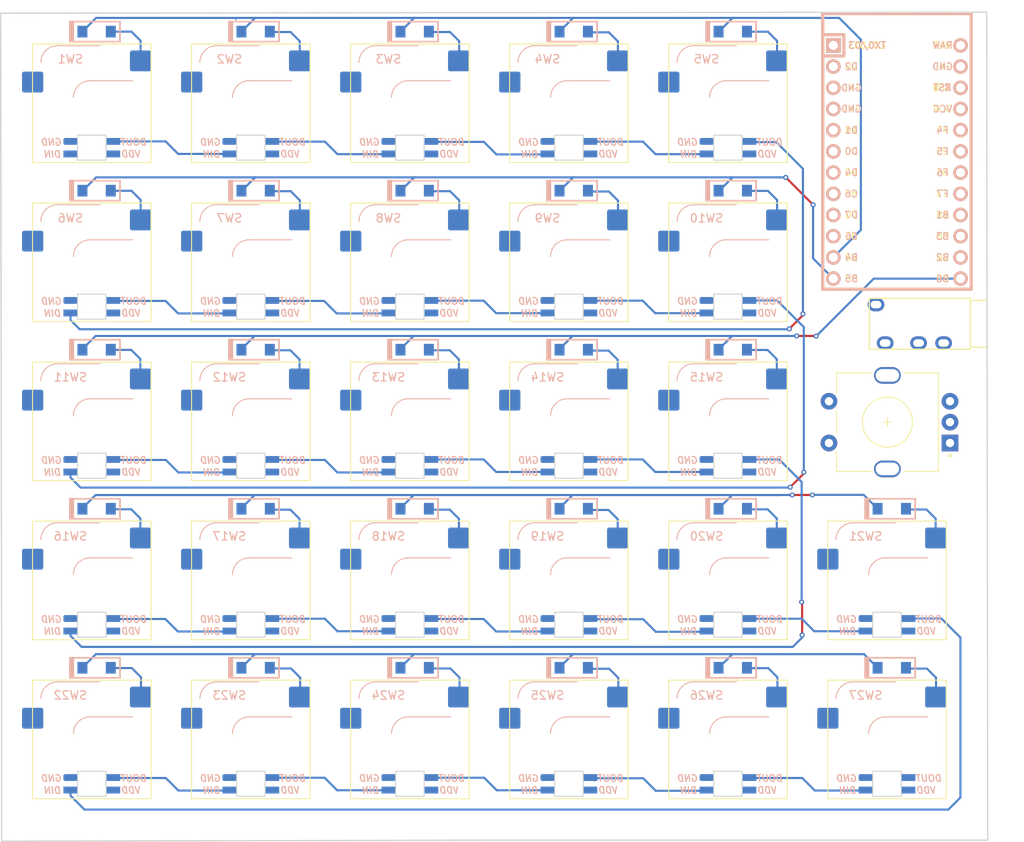
<source format=kicad_pcb>
(kicad_pcb (version 20211014) (generator pcbnew)
  (layers (0 "F.Cu" signal "Top") (31 "B.Cu" signal "Bottom") (34 "B.Paste" user) (35 "F.Paste" user) (36 "B.SilkS" user "B.Silkscreen") (37 "F.SilkS" user "F.Silkscreen") (38 "B.Mask" user) (39 "F.Mask" user) (44 "Edge.Cuts" user))
  (net 0 "")
  (net 1 "/Row2")
  (net 2 "Net-(SW1-Pad2)")
  (net 3 "+5V")
  (net 4 "Net-(SW1-Pad4)")
  (net 5 "GND")
  (net 7 "/Col5")
  (net 8 "Net-(SW2-Pad2)")
  (net 9 "Net-(SW2-Pad4)")
  (net 10 "Net-(SW3-Pad4)")
  (net 11 "Net-(SW3-Pad2)")
  (net 12 "Net-(SW4-Pad4)")
  (net 13 "/Row0_LedOut")
  (net 14 "Net-(SW4-Pad2)")
  (net 15 "Net-(SW6-Pad4)")
  (net 16 "Net-(SW7-Pad4)")
  (net 17 "Net-(SW5-Pad2)")
  (net 18 "Net-(SW8-Pad4)")
  (net 19 "Net-(SW10-Pad6)")
  (net 20 "Net-(SW6-Pad2)")
  (net 21 "/Row1_LedOut")
  (net 22 "/Col0")
  (net 23 "Net-(SW7-Pad2)")
  (net 24 "Net-(SW11-Pad4)")
  (net 25 "/Row0")
  (net 26 "Net-(SW8-Pad2)")
  (net 27 "Net-(SW12-Pad4)")
  (net 28 "/Col1")
  (net 29 "Net-(SW9-Pad2)")
  (net 30 "Net-(SW10-Pad2)")
  (net 31 "Net-(SW13-Pad4)")
  (net 32 "Net-(SW11-Pad2)")
  (net 33 "Net-(SW14-Pad4)")
  (net 34 "Net-(SW12-Pad2)")
  (net 35 "Net-(SW13-Pad2)")
  (net 36 "/Row2_LedOut")
  (net 37 "Net-(SW14-Pad2)")
  (net 39 "Net-(SW15-Pad2)")
  (net 43 "Net-(SW17-Pad2)")
  (net 44 "Net-(SW17-Pad4)")
  (net 45 "Net-(SW18-Pad2)")
  (net 46 "Net-(SW18-Pad4)")
  (net 47 "Net-(SW19-Pad2)")
  (net 48 "Net-(SW19-Pad4)")
  (net 49 "Net-(SW20-Pad2)")
  (net 50 "Net-(SW20-Pad4)")
  (net 51 "Net-(SW21-Pad2)")
  (net 52 "Net-(SW16-Pad2)")
  (net 53 "Net-(SW22-Pad2)")
  (net 54 "/Row3_LedOut")
  (net 55 "Net-(SW23-Pad2)")
  (net 56 "Net-(SW23-Pad4)")
  (net 57 "Net-(SW24-Pad2)")
  (net 58 "Net-(SW25-Pad2)")
  (net 59 "Net-(SW24-Pad4)")
  (net 60 "Net-(SW26-Pad2)")
  (net 61 "Net-(SW25-Pad4)")
  (net 62 "Net-(SW27-Pad2)")
  (net 63 "Net-(SW26-Pad4)")
  (net 64 "/Col2")
  (net 65 "Net-(SW16-Pad4)")
  (net 66 "Net-(SW22-Pad4)")
  (net 69 "/Col3")
  (net 70 "/Col4")
  (net 76 "/Row1")
  (net 77 "Net-(RST1-Pad1)")
  (net 78 "/Row3")
  (net 80 "/Row4")
  (net 85 "/Row4_LedOut")
  (net 86 "Net-(RST1-Pad3)")
  (footprint "KeyboardCustomFPs:Kailh_HS_MX_LED" (layer "F.Cu") (at 107.95 85.725)
    (fp_text reference "SW20")
    (fp_text value "MX_RGB")
    (fp_line (start 1.063633 3.814178) (end -2.336367 3.814178) (layer "Edge.Cuts") (width 0.12))
    (fp_line (start 1.063633 6.814178) (end 1.063633 3.814178) (layer "Edge.Cuts") (width 0.12))
    (fp_line (start -2.336367 3.814178) (end -2.336367 6.814178) (layer "Edge.Cuts") (width 0.12))
    (fp_line (start -2.336367 6.814178) (end 1.063633 6.814178) (layer "Edge.Cuts") (width 0.12))
  )
  (footprint "Keebio-Parts:RotaryEncoder_EC11" (layer "F.Cu") (at 126.413882 66.768847 180)
    (fp_text reference "Knob1")
    (fp_text value "RotaryEncoder_Switch")
  )
  (footprint "KeyboardCustomFPs:Kailh_HS_MX_LED" (layer "F.Cu") (at 69.85 66.675)
    (fp_text reference "SW13")
    (fp_text value "MX_RGB")
    (fp_line (start -2.336367 3.814178) (end -2.336367 6.814178) (layer "Edge.Cuts") (width 0.12))
    (fp_line (start 1.063633 3.814178) (end -2.336367 3.814178) (layer "Edge.Cuts") (width 0.12))
    (fp_line (start -2.336367 6.814178) (end 1.063633 6.814178) (layer "Edge.Cuts") (width 0.12))
    (fp_line (start 1.063633 6.814178) (end 1.063633 3.814178) (layer "Edge.Cuts") (width 0.12))
  )
  (footprint "KeyboardCustomFPs:Kailh_HS_MX_LED" (layer "F.Cu") (at 88.9 47.625)
    (fp_text reference "SW9")
    (fp_text value "MX_RGB")
    (fp_line (start -2.336367 3.814178) (end -2.336367 6.814178) (layer "Edge.Cuts") (width 0.12))
    (fp_line (start -2.336367 6.814178) (end 1.063633 6.814178) (layer "Edge.Cuts") (width 0.12))
    (fp_line (start 1.063633 3.814178) (end -2.336367 3.814178) (layer "Edge.Cuts") (width 0.12))
    (fp_line (start 1.063633 6.814178) (end 1.063633 3.814178) (layer "Edge.Cuts") (width 0.12))
  )
  (footprint "KeyboardCustomFPs:Kailh_HS_MX_LED" (layer "F.Cu") (at 88.9 104.775)
    (fp_text reference "SW25")
    (fp_text value "MX_RGB")
    (fp_line (start -2.336367 3.814178) (end -2.336367 6.814178) (layer "Edge.Cuts") (width 0.12))
    (fp_line (start -2.336367 6.814178) (end 1.063633 6.814178) (layer "Edge.Cuts") (width 0.12))
    (fp_line (start 1.063633 3.814178) (end -2.336367 3.814178) (layer "Edge.Cuts") (width 0.12))
    (fp_line (start 1.063633 6.814178) (end 1.063633 3.814178) (layer "Edge.Cuts") (width 0.12))
  )
  (footprint "KeyboardCustomFPs:Kailh_HS_MX_LED" (layer "F.Cu") (at 31.75 28.575)
    (fp_text reference "SW1")
    (fp_text value "MX_RGB")
    (fp_line (start 1.063633 3.814178) (end -2.336367 3.814178) (layer "Edge.Cuts") (width 0.12))
    (fp_line (start -2.336367 3.814178) (end -2.336367 6.814178) (layer "Edge.Cuts") (width 0.12))
    (fp_line (start 1.063633 6.814178) (end 1.063633 3.814178) (layer "Edge.Cuts") (width 0.12))
    (fp_line (start -2.336367 6.814178) (end 1.063633 6.814178) (layer "Edge.Cuts") (width 0.12))
  )
  (footprint "KeyboardCustomFPs:Kailh_HS_MX_LED" (layer "F.Cu") (at 107.95 28.575)
    (fp_text reference "SW5")
    (fp_text value "MX_RGB")
    (fp_line (start -2.336367 3.814178) (end -2.336367 6.814178) (layer "Edge.Cuts") (width 0.12))
    (fp_line (start -2.336367 6.814178) (end 1.063633 6.814178) (layer "Edge.Cuts") (width 0.12))
    (fp_line (start 1.063633 6.814178) (end 1.063633 3.814178) (layer "Edge.Cuts") (width 0.12))
    (fp_line (start 1.063633 3.814178) (end -2.336367 3.814178) (layer "Edge.Cuts") (width 0.12))
  )
  (footprint "KeyboardCustomFPs:Kailh_HS_MX_LED" (layer "F.Cu") (at 50.8 47.625)
    (fp_text reference "SW7")
    (fp_text value "MX_RGB")
    (fp_line (start 1.063633 3.814178) (end -2.336367 3.814178) (layer "Edge.Cuts") (width 0.12))
    (fp_line (start -2.336367 6.814178) (end 1.063633 6.814178) (layer "Edge.Cuts") (width 0.12))
    (fp_line (start 1.063633 6.814178) (end 1.063633 3.814178) (layer "Edge.Cuts") (width 0.12))
    (fp_line (start -2.336367 3.814178) (end -2.336367 6.814178) (layer "Edge.Cuts") (width 0.12))
  )
  (footprint "KeyboardCustomFPs:Kailh_HS_MX_LED" (layer "F.Cu") (at 31.75 85.725)
    (fp_text reference "SW16")
    (fp_text value "MX_RGB")
    (fp_line (start 1.063633 6.814178) (end 1.063633 3.814178) (layer "Edge.Cuts") (width 0.12))
    (fp_line (start -2.336367 3.814178) (end -2.336367 6.814178) (layer "Edge.Cuts") (width 0.12))
    (fp_line (start 1.063633 3.814178) (end -2.336367 3.814178) (layer "Edge.Cuts") (width 0.12))
    (fp_line (start -2.336367 6.814178) (end 1.063633 6.814178) (layer "Edge.Cuts") (width 0.12))
  )
  (footprint "KeyboardCustomFPs:Kailh_HS_MX_LED" (layer "F.Cu") (at 127 85.725)
    (fp_text reference "SW21")
    (fp_text value "MX_RGB")
    (fp_line (start -2.336367 6.814178) (end 1.063633 6.814178) (layer "Edge.Cuts") (width 0.12))
    (fp_line (start -2.336367 3.814178) (end -2.336367 6.814178) (layer "Edge.Cuts") (width 0.12))
    (fp_line (start 1.063633 3.814178) (end -2.336367 3.814178) (layer "Edge.Cuts") (width 0.12))
    (fp_line (start 1.063633 6.814178) (end 1.063633 3.814178) (layer "Edge.Cuts") (width 0.12))
  )
  (footprint "KeyboardCustomFPs:Kailh_HS_MX_LED" (layer "F.Cu") (at 69.85 85.725)
    (fp_text reference "SW18")
    (fp_text value "MX_RGB")
    (fp_line (start 1.063633 6.814178) (end 1.063633 3.814178) (layer "Edge.Cuts") (width 0.12))
    (fp_line (start -2.336367 3.814178) (end -2.336367 6.814178) (layer "Edge.Cuts") (width 0.12))
    (fp_line (start 1.063633 3.814178) (end -2.336367 3.814178) (layer "Edge.Cuts") (width 0.12))
    (fp_line (start -2.336367 6.814178) (end 1.063633 6.814178) (layer "Edge.Cuts") (width 0.12))
  )
  (footprint "KeyboardCustomFPs:Kailh_HS_MX_LED" (layer "F.Cu") (at 107.95 66.675)
    (fp_text reference "SW15")
    (fp_text value "MX_RGB")
    (fp_line (start 1.063633 3.814178) (end -2.336367 3.814178) (layer "Edge.Cuts") (width 0.12))
    (fp_line (start -2.336367 6.814178) (end 1.063633 6.814178) (layer "Edge.Cuts") (width 0.12))
    (fp_line (start 1.063633 6.814178) (end 1.063633 3.814178) (layer "Edge.Cuts") (width 0.12))
    (fp_line (start -2.336367 3.814178) (end -2.336367 6.814178) (layer "Edge.Cuts") (width 0.12))
  )
  (footprint "KeyboardCustomFPs:Kailh_HS_MX_LED" (layer "F.Cu") (at 31.75 47.625)
    (fp_text reference "SW6")
    (fp_text value "MX_RGB")
    (fp_line (start 1.063633 6.814178) (end 1.063633 3.814178) (layer "Edge.Cuts") (width 0.12))
    (fp_line (start -2.336367 3.814178) (end -2.336367 6.814178) (layer "Edge.Cuts") (width 0.12))
    (fp_line (start -2.336367 6.814178) (end 1.063633 6.814178) (layer "Edge.Cuts") (width 0.12))
    (fp_line (start 1.063633 3.814178) (end -2.336367 3.814178) (layer "Edge.Cuts") (width 0.12))
  )
  (footprint "KeyboardCustomFPs:Kailh_HS_MX_LED" (layer "F.Cu") (at 50.8 28.575)
    (fp_text reference "SW2")
    (fp_text value "MX_RGB")
    (fp_line (start 1.063633 3.814178) (end -2.336367 3.814178) (layer "Edge.Cuts") (width 0.12))
    (fp_line (start -2.336367 6.814178) (end 1.063633 6.814178) (layer "Edge.Cuts") (width 0.12))
    (fp_line (start -2.336367 3.814178) (end -2.336367 6.814178) (layer "Edge.Cuts") (width 0.12))
    (fp_line (start 1.063633 6.814178) (end 1.063633 3.814178) (layer "Edge.Cuts") (width 0.12))
  )
  (footprint "KeyboardCustomFPs:Kailh_HS_MX_LED" (layer "F.Cu") (at 88.9 28.575)
    (fp_text reference "SW4")
    (fp_text value "MX_RGB")
    (fp_line (start 1.063633 3.814178) (end -2.336367 3.814178) (layer "Edge.Cuts") (width 0.12))
    (fp_line (start -2.336367 6.814178) (end 1.063633 6.814178) (layer "Edge.Cuts") (width 0.12))
    (fp_line (start -2.336367 3.814178) (end -2.336367 6.814178) (layer "Edge.Cuts") (width 0.12))
    (fp_line (start 1.063633 6.814178) (end 1.063633 3.814178) (layer "Edge.Cuts") (width 0.12))
  )
  (footprint "KeyboardCustomFPs:Kailh_HS_MX_LED" (layer "F.Cu") (at 50.8 66.675)
    (fp_text reference "SW12")
    (fp_text value "MX_RGB")
    (fp_line (start 1.063633 3.814178) (end -2.336367 3.814178) (layer "Edge.Cuts") (width 0.12))
    (fp_line (start -2.336367 3.814178) (end -2.336367 6.814178) (layer "Edge.Cuts") (width 0.12))
    (fp_line (start -2.336367 6.814178) (end 1.063633 6.814178) (layer "Edge.Cuts") (width 0.12))
    (fp_line (start 1.063633 6.814178) (end 1.063633 3.814178) (layer "Edge.Cuts") (width 0.12))
  )
  (footprint "KeyboardCustomFPs:Kailh_HS_MX_LED" (layer "F.Cu") (at 88.9 66.675)
    (fp_text reference "SW14")
    (fp_text value "MX_RGB")
    (fp_line (start 1.063633 6.814178) (end 1.063633 3.814178) (layer "Edge.Cuts") (width 0.12))
    (fp_line (start -2.336367 6.814178) (end 1.063633 6.814178) (layer "Edge.Cuts") (width 0.12))
    (fp_line (start -2.336367 3.814178) (end -2.336367 6.814178) (layer "Edge.Cuts") (width 0.12))
    (fp_line (start 1.063633 3.814178) (end -2.336367 3.814178) (layer "Edge.Cuts") (width 0.12))
  )
  (footprint "KeyboardCustomFPs:Kailh_HS_MX_LED" (layer "F.Cu") (at 69.85 47.625)
    (fp_text reference "SW8")
    (fp_text value "MX_RGB")
    (fp_line (start -2.336367 3.814178) (end -2.336367 6.814178) (layer "Edge.Cuts") (width 0.12))
    (fp_line (start 1.063633 6.814178) (end 1.063633 3.814178) (layer "Edge.Cuts") (width 0.12))
    (fp_line (start 1.063633 3.814178) (end -2.336367 3.814178) (layer "Edge.Cuts") (width 0.12))
    (fp_line (start -2.336367 6.814178) (end 1.063633 6.814178) (layer "Edge.Cuts") (width 0.12))
  )
  (footprint "KeyboardCustomFPs:Kailh_HS_MX_LED" (layer "F.Cu") (at 50.8 104.775)
    (fp_text reference "SW23")
    (fp_text value "MX_RGB")
    (fp_line (start -2.336367 3.814178) (end -2.336367 6.814178) (layer "Edge.Cuts") (width 0.12))
    (fp_line (start -2.336367 6.814178) (end 1.063633 6.814178) (layer "Edge.Cuts") (width 0.12))
    (fp_line (start 1.063633 3.814178) (end -2.336367 3.814178) (layer "Edge.Cuts") (width 0.12))
    (fp_line (start 1.063633 6.814178) (end 1.063633 3.814178) (layer "Edge.Cuts") (width 0.12))
  )
  (footprint "KeyboardCustomFPs:Kailh_HS_MX_LED" (layer "F.Cu") (at 69.85 28.575)
    (fp_text reference "SW3")
    (fp_text value "MX_RGB")
    (fp_line (start 1.063633 3.814178) (end -2.336367 3.814178) (layer "Edge.Cuts") (width 0.12))
    (fp_line (start -2.336367 6.814178) (end 1.063633 6.814178) (layer "Edge.Cuts") (width 0.12))
    (fp_line (start 1.063633 6.814178) (end 1.063633 3.814178) (layer "Edge.Cuts") (width 0.12))
    (fp_line (start -2.336367 3.814178) (end -2.336367 6.814178) (layer "Edge.Cuts") (width 0.12))
  )
  (footprint "Keebio-Parts:ArduinoProMicro" (layer "F.Cu") (at 127.556143 35.606985 -90)
    (fp_text reference "U1" hide)
    (fp_text value "ProMicro" hide)
  )
  (footprint "KeyboardCustomFPs:Kailh_HS_MX_LED" (layer "F.Cu") (at 107.95 104.775)
    (fp_text reference "SW26")
    (fp_text value "MX_RGB")
    (fp_line (start 1.063633 6.814178) (end 1.063633 3.814178) (layer "Edge.Cuts") (width 0.12))
    (fp_line (start 1.063633 3.814178) (end -2.336367 3.814178) (layer "Edge.Cuts") (width 0.12))
    (fp_line (start -2.336367 3.814178) (end -2.336367 6.814178) (layer "Edge.Cuts") (width 0.12))
    (fp_line (start -2.336367 6.814178) (end 1.063633 6.814178) (layer "Edge.Cuts") (width 0.12))
  )
  (footprint "Keebio-Parts:TRRS-PJ-320A" (layer "F.Cu") (at 136.345517 54.989572 -90)
    (fp_text reference "U2")
    (fp_text value "TRRS")
  )
  (footprint "KeyboardCustomFPs:Kailh_HS_MX_LED" (layer "F.Cu") (at 50.8 85.725)
    (fp_text reference "SW17")
    (fp_text value "MX_RGB")
    (fp_line (start 1.063633 3.814178) (end -2.336367 3.814178) (layer "Edge.Cuts") (width 0.12))
    (fp_line (start -2.336367 3.814178) (end -2.336367 6.814178) (layer "Edge.Cuts") (width 0.12))
    (fp_line (start -2.336367 6.814178) (end 1.063633 6.814178) (layer "Edge.Cuts") (width 0.12))
    (fp_line (start 1.063633 6.814178) (end 1.063633 3.814178) (layer "Edge.Cuts") (width 0.12))
  )
  (footprint "KeyboardCustomFPs:Kailh_HS_MX_LED" (layer "F.Cu") (at 127 104.775)
    (fp_text reference "SW27")
    (fp_text value "MX_RGB")
    (fp_line (start 1.063633 6.814178) (end 1.063633 3.814178) (layer "Edge.Cuts") (width 0.12))
    (fp_line (start 1.063633 3.814178) (end -2.336367 3.814178) (layer "Edge.Cuts") (width 0.12))
    (fp_line (start -2.336367 3.814178) (end -2.336367 6.814178) (layer "Edge.Cuts") (width 0.12))
    (fp_line (start -2.336367 6.814178) (end 1.063633 6.814178) (layer "Edge.Cuts") (width 0.12))
  )
  (footprint "KeyboardCustomFPs:Kailh_HS_MX_LED" (layer "F.Cu") (at 31.75 66.675)
    (fp_text reference "SW11")
    (fp_text value "MX_RGB")
    (fp_line (start 1.063633 3.814178) (end -2.336367 3.814178) (layer "Edge.Cuts") (width 0.12))
    (fp_line (start -2.336367 6.814178) (end 1.063633 6.814178) (layer "Edge.Cuts") (width 0.12))
    (fp_line (start 1.063633 6.814178) (end 1.063633 3.814178) (layer "Edge.Cuts") (width 0.12))
    (fp_line (start -2.336367 3.814178) (end -2.336367 6.814178) (layer "Edge.Cuts") (width 0.12))
  )
  (footprint "KeyboardCustomFPs:Kailh_HS_MX_LED" (layer "F.Cu") (at 31.75 104.775)
    (fp_text reference "SW22")
    (fp_text value "MX_RGB")
    (fp_line (start 1.063633 6.814178) (end 1.063633 3.814178) (layer "Edge.Cuts") (width 0.12))
    (fp_line (start -2.336367 3.814178) (end -2.336367 6.814178) (layer "Edge.Cuts") (width 0.12))
    (fp_line (start 1.063633 3.814178) (end -2.336367 3.814178) (layer "Edge.Cuts") (width 0.12))
    (fp_line (start -2.336367 6.814178) (end 1.063633 6.814178) (layer "Edge.Cuts") (width 0.12))
  )
  (footprint "KeyboardCustomFPs:Kailh_HS_MX_LED" (layer "F.Cu") (at 107.95 47.625)
    (fp_text reference "SW10")
    (fp_text value "MX_RGB")
    (fp_line (start 1.063633 6.814178) (end 1.063633 3.814178) (layer "Edge.Cuts") (width 0.12))
    (fp_line (start -2.336367 6.814178) (end 1.063633 6.814178) (layer "Edge.Cuts") (width 0.12))
    (fp_line (start -2.336367 3.814178) (end -2.336367 6.814178) (layer "Edge.Cuts") (width 0.12))
    (fp_line (start 1.063633 3.814178) (end -2.336367 3.814178) (layer "Edge.Cuts") (width 0.12))
  )
  (footprint "KeyboardCustomFPs:Kailh_HS_MX_LED" (layer "F.Cu") (at 88.9 85.725)
    (fp_text reference "SW19")
    (fp_text value "MX_RGB")
    (fp_line (start 1.063633 6.814178) (end 1.063633 3.814178) (layer "Edge.Cuts") (width 0.12))
    (fp_line (start 1.063633 3.814178) (end -2.336367 3.814178) (layer "Edge.Cuts") (width 0.12))
    (fp_line (start -2.336367 3.814178) (end -2.336367 6.814178) (layer "Edge.Cuts") (width 0.12))
    (fp_line (start -2.336367 6.814178) (end 1.063633 6.814178) (layer "Edge.Cuts") (width 0.12))
  )
  (footprint "KeyboardCustomFPs:Kailh_HS_MX_LED" (layer "F.Cu") (at 69.85 104.775)
    (fp_text reference "SW24")
    (fp_text value "MX_RGB")
    (fp_line (start 1.063633 6.814178) (end 1.063633 3.814178) (layer "Edge.Cuts") (width 0.12))
    (fp_line (start -2.336367 3.814178) (end -2.336367 6.814178) (layer "Edge.Cuts") (width 0.12))
    (fp_line (start -2.336367 6.814178) (end 1.063633 6.814178) (layer "Edge.Cuts") (width 0.12))
    (fp_line (start 1.063633 3.814178) (end -2.336367 3.814178) (layer "Edge.Cuts") (width 0.12))
  )
  (gr_line (start 138.43 116.84) (end 77.47 116.84) (layer "Edge.Cuts") (width 0.15))
  (gr_line (start 138.303 17.653) (end 138.43 116.84) (layer "Edge.Cuts") (width 0.15))
  (gr_line (start 77.47 116.84) (end 20.32 116.967) (layer "Edge.Cuts") (width 0.15))
  (gr_line (start 20.193 17.78) (end 138.303 17.653) (layer "Edge.Cuts") (width 0.15))
  (gr_line (start 138.43 116.84) (end 138.43 116.84) (layer "Edge.Cuts") (width 0.15))
  (gr_line (start 20.32 97.79) (end 20.193 17.78) (layer "Edge.Cuts") (width 0.15))
  (gr_line (start 20.32 116.967) (end 20.32 97.79) (layer "Edge.Cuts") (width 0.15))
  (segment (start 115.53879 56.441406) (end 117.849149 56.441406) (width 0.254) (layer "F.Cu") (net 1))
  (segment (start 117.849149 56.441406) (end 117.875108 56.467365) (width 0.254) (layer "F.Cu") (net 1))
  (via (at 117.875108 56.467365) (size 0.6) (drill 0.3) (layers "F.Cu" "B.Cu") (net 1))
  (via (at 115.53879 56.441406) (size 0.6) (drill 0.3) (layers "F.Cu" "B.Cu") (net 1))
  (segment (start 29.926937 58.085891) (end 31.569144 56.443684) (width 0.254) (layer "B.Cu") (net 1))
  (segment (start 124.773626 49.576985) (end 135.176143 49.576985) (width 0.254) (layer "B.Cu") (net 1))
  (segment (start 50.619144 56.443684) (end 69.740237 56.443684) (width 0.254) (layer "B.Cu") (net 1))
  (segment (start 88.708629 56.443684) (end 107.812959 56.443684) (width 0.254) (layer "B.Cu") (net 1))
  (segment (start 50.619144 56.443684) (end 48.976937 58.085891) (width 0.254) (layer "B.Cu") (net 1))
  (segment (start 107.812959 56.443684) (end 115.536512 56.443684) (width 0.254) (layer "B.Cu") (net 1))
  (segment (start 87.076937 58.075376) (end 88.708629 56.443684) (width 0.254) (layer "B.Cu") (net 1))
  (segment (start 117.875108 56.467365) (end 117.883246 56.467365) (width 0.254) (layer "B.Cu") (net 1))
  (segment (start 31.569144 56.443684) (end 50.619144 56.443684) (width 0.254) (layer "B.Cu") (net 1))
  (segment (start 115.536512 56.443684) (end 115.53879 56.441406) (width 0.254) (layer "B.Cu") (net 1))
  (segment (start 117.883246 56.467365) (end 124.773626 49.576985) (width 0.254) (layer "B.Cu") (net 1))
  (segment (start 68.026937 58.085891) (end 69.669144 56.443684) (width 0.254) (layer "B.Cu") (net 1))
  (segment (start 106.170752 58.085891) (end 107.812959 56.443684) (width 0.254) (layer "B.Cu") (net 1))
  (segment (start 69.740237 56.443684) (end 88.708629 56.443684) (width 0.254) (layer "B.Cu") (net 1))
  (segment (start 36.957 21.086031) (end 36.957 23.495) (width 0.254) (layer "B.Cu") (net 2))
  (segment (start 35.862684 19.991715) (end 36.957 21.086031) (width 0.254) (layer "B.Cu") (net 2))
  (segment (start 33.390039 19.991715) (end 35.862684 19.991715) (width 0.254) (layer "B.Cu") (net 2))
  (segment (start 37.592 23.114) (end 37.084 23.622) (width 0.1524) (layer "B.Cu") (net 2))
  (segment (start 33.663633 33.139178) (end 39.955293 33.139178) (width 0.254) (layer "B.Cu") (net 4))
  (segment (start 41.455293 34.639178) (end 47.613633 34.639178) (width 0.254) (layer "B.Cu") (net 4))
  (segment (start 39.955293 33.139178) (end 41.455293 34.639178) (width 0.254) (layer "B.Cu") (net 4))
  (segment (start 56.022998 21.132686) (end 56.022998 23.541655) (width 0.254) (layer "B.Cu") (net 8))
  (segment (start 52.456037 20.03837) (end 54.928682 20.03837) (width 0.254) (layer "B.Cu") (net 8))
  (segment (start 54.928682 20.03837) (end 56.022998 21.132686) (width 0.254) (layer "B.Cu") (net 8))
  (segment (start 52.741641 33.168458) (end 59.033301 33.168458) (width 0.254) (layer "B.Cu") (net 9))
  (segment (start 59.033301 33.168458) (end 60.533301 34.668458) (width 0.254) (layer "B.Cu") (net 9))
  (segment (start 60.533301 34.668458) (end 66.691641 34.668458) (width 0.254) (layer "B.Cu") (net 9))
  (segment (start 71.790368 33.199182) (end 78.082028 33.199182) (width 0.254) (layer "B.Cu") (net 10))
  (segment (start 78.082028 33.199182) (end 79.582028 34.699182) (width 0.254) (layer "B.Cu") (net 10))
  (segment (start 79.582028 34.699182) (end 85.740368 34.699182) (width 0.254) (layer "B.Cu") (net 10))
  (segment (start 75.115561 21.132686) (end 75.115561 23.541655) (width 0.254) (layer "B.Cu") (net 11))
  (segment (start 74.021245 20.03837) (end 75.115561 21.132686) (width 0.254) (layer "B.Cu") (net 11))
  (segment (start 71.5486 20.03837) (end 74.021245 20.03837) (width 0.254) (layer "B.Cu") (net 11))
  (segment (start 97.130755 33.168458) (end 98.630755 34.668458) (width 0.254) (layer "B.Cu") (net 12))
  (segment (start 90.839095 33.168458) (end 97.130755 33.168458) (width 0.254) (layer "B.Cu") (net 12))
  (segment (start 98.630755 34.668458) (end 104.789095 34.668458) (width 0.254) (layer "B.Cu") (net 12))
  (segment (start 114.661159 55.591489) (end 116.294058 53.95859) (width 0.254) (layer "F.Cu") (net 13))
  (via (at 114.661159 55.591489) (size 0.6) (drill 0.3) (layers "F.Cu" "B.Cu") (net 13))
  (via (at 116.294058 53.800566) (size 0.6) (drill 0.3) (layers "F.Cu" "B.Cu") (net 13))
  (segment (start 28.563633 53.689178) (end 28.563633 54.545818) (width 0.254) (layer "B.Cu") (net 13))
  (segment (start 116.294058 36.418083) (end 113.102445 33.22647) (width 0.254) (layer "B.Cu") (net 13))
  (segment (start 28.563633 54.545818) (end 29.661978 55.644163) (width 0.254) (layer "B.Cu") (net 13))
  (segment (start 116.294058 53.800566) (end 116.294058 36.418083) (width 0.254) (layer "B.Cu") (net 13))
  (segment (start 29.661978 55.644163) (end 114.503136 55.644163) (width 0.254) (layer "B.Cu") (net 13))
  (segment (start 113.102445 33.22647) (end 109.758285 33.22647) (width 0.254) (layer "B.Cu") (net 13))
  (segment (start 90.568151 20.074876) (end 93.040796 20.074876) (width 0.254) (layer "B.Cu") (net 14))
  (segment (start 94.135112 21.169192) (end 94.135112 23.578161) (width 0.254) (layer "B.Cu") (net 14))
  (segment (start 93.040796 20.074876) (end 94.135112 21.169192) (width 0.254) (layer "B.Cu") (net 14))
  (segment (start 39.95385 52.247909) (end 41.45385 53.747909) (width 0.254) (layer "B.Cu") (net 15))
  (segment (start 41.45385 53.747909) (end 47.61219 53.747909) (width 0.254) (layer "B.Cu") (net 15))
  (segment (start 33.66219 52.247909) (end 39.95385 52.247909) (width 0.254) (layer "B.Cu") (net 15))
  (segment (start 52.64947 52.247909) (end 58.94113 52.247909) (width 0.254) (layer "B.Cu") (net 16))
  (segment (start 60.44113 53.747909) (end 66.59947 53.747909) (width 0.254) (layer "B.Cu") (net 16))
  (segment (start 58.94113 52.247909) (end 60.44113 53.747909) (width 0.254) (layer "B.Cu") (net 16))
  (segment (start 109.624208 20.001864) (end 112.096853 20.001864) (width 0.254) (layer "B.Cu") (net 17))
  (segment (start 113.191169 21.09618) (end 113.191169 23.505149) (width 0.254) (layer "B.Cu") (net 17))
  (segment (start 112.096853 20.001864) (end 113.191169 21.09618) (width 0.254) (layer "B.Cu") (net 17))
  (segment (start 78.051305 52.217186) (end 79.551305 53.717186) (width 0.254) (layer "B.Cu") (net 18))
  (segment (start 79.551305 53.717186) (end 85.709645 53.717186) (width 0.254) (layer "B.Cu") (net 18))
  (segment (start 71.759645 52.217186) (end 78.051305 52.217186) (width 0.254) (layer "B.Cu") (net 18))
  (segment (start 97.100032 52.217186) (end 98.600032 53.717186) (width 0.254) (layer "B.Cu") (net 19))
  (segment (start 98.600032 53.717186) (end 104.758372 53.717186) (width 0.254) (layer "B.Cu") (net 19))
  (segment (start 90.808372 52.217186) (end 97.100032 52.217186) (width 0.254) (layer "B.Cu") (net 19))
  (segment (start 35.872625 39.057921) (end 36.966941 40.152237) (width 0.254) (layer "B.Cu") (net 20))
  (segment (start 33.39998 39.057921) (end 35.872625 39.057921) (width 0.254) (layer "B.Cu") (net 20))
  (segment (start 36.966941 40.152237) (end 36.966941 42.561206) (width 0.254) (layer "B.Cu") (net 20))
  (segment (start 114.766507 74.554197) (end 116.399406 72.921298) (width 0.254) (layer "F.Cu") (net 21))
  (segment (start 116.399406 72.921298) (end 116.399406 72.763274) (width 0.254) (layer "F.Cu") (net 21))
  (via (at 114.766507 74.554197) (size 0.6) (drill 0.3) (layers "F.Cu" "B.Cu") (net 21))
  (via (at 116.399406 72.763274) (size 0.6) (drill 0.3) (layers "F.Cu" "B.Cu") (net 21))
  (segment (start 113.207793 52.189178) (end 109.863633 52.189178) (width 0.254) (layer "B.Cu") (net 21))
  (segment (start 29.767326 74.606871) (end 114.608484 74.606871) (width 0.254) (layer "B.Cu") (net 21))
  (segment (start 114.713833 74.606871) (end 114.766507 74.554197) (width 0.254) (layer "B.Cu") (net 21))
  (segment (start 28.563633 73.403178) (end 29.767326 74.606871) (width 0.254) (layer "B.Cu") (net 21))
  (segment (start 116.399406 72.763274) (end 116.399406 55.380791) (width 0.254) (layer "B.Cu") (net 21))
  (segment (start 28.563633 72.739178) (end 28.563633 73.403178) (width 0.254) (layer "B.Cu") (net 21))
  (segment (start 114.608484 74.606871) (end 114.713833 74.606871) (width 0.254) (layer "B.Cu") (net 21))
  (segment (start 116.399406 55.380791) (end 113.207793 52.189178) (width 0.254) (layer "B.Cu") (net 21))
  (segment (start 54.938623 39.104576) (end 56.032939 40.198892) (width 0.254) (layer "B.Cu") (net 23))
  (segment (start 52.465978 39.104576) (end 54.938623 39.104576) (width 0.254) (layer "B.Cu") (net 23))
  (segment (start 56.032939 40.198892) (end 56.032939 42.607861) (width 0.254) (layer "B.Cu") (net 23))
  (segment (start 39.984574 71.296636) (end 41.484574 72.796636) (width 0.254) (layer "B.Cu") (net 24))
  (segment (start 41.484574 72.796636) (end 47.642914 72.796636) (width 0.254) (layer "B.Cu") (net 24))
  (segment (start 33.692914 71.296636) (end 39.984574 71.296636) (width 0.254) (layer "B.Cu") (net 24))
  (segment (start 68.090039 19.991715) (end 69.732246 18.349508) (width 0.254) (layer "B.Cu") (net 25))
  (segment (start 123.232837 43.740291) (end 119.936143 47.036985) (width 0.254) (layer "B.Cu") (net 25))
  (segment (start 29.990039 19.991715) (end 31.632246 18.349508) (width 0.254) (layer "B.Cu") (net 25))
  (segment (start 123.232837 20.946545) (end 123.232837 43.740291) (width 0.254) (layer "B.Cu") (net 25))
  (segment (start 69.732246 18.349508) (end 69.803339 18.349508) (width 0.254) (layer "B.Cu") (net 25))
  (segment (start 113.595617 18.349508) (end 120.6358 18.349508) (width 0.254) (layer "B.Cu") (net 25))
  (segment (start 120.6358 18.349508) (end 123.232837 20.946545) (width 0.254) (layer "B.Cu") (net 25))
  (segment (start 106.233854 19.991715) (end 107.876061 18.349508) (width 0.254) (layer "B.Cu") (net 25))
  (segment (start 50.682246 18.349508) (end 49.040039 19.991715) (width 0.254) (layer "B.Cu") (net 25))
  (segment (start 69.803339 18.349508) (end 88.771731 18.349508) (width 0.254) (layer "B.Cu") (net 25))
  (segment (start 87.140039 19.991715) (end 87.140039 19.9812) (width 0.254) (layer "B.Cu") (net 25))
  (segment (start 88.771731 18.349508) (end 107.876061 18.349508) (width 0.254) (layer "B.Cu") (net 25))
  (segment (start 113.595617 18.349508) (end 113.613073 18.332052) (width 0.254) (layer "B.Cu") (net 25))
  (segment (start 87.140039 19.9812) (end 88.771731 18.349508) (width 0.254) (layer "B.Cu") (net 25))
  (segment (start 31.632246 18.349508) (end 50.682246 18.349508) (width 0.254) (layer "B.Cu") (net 25))
  (segment (start 107.876061 18.349508) (end 113.595617 18.349508) (width 0.254) (layer "B.Cu") (net 25))
  (segment (start 50.682246 18.349508) (end 69.803339 18.349508) (width 0.254) (layer "B.Cu") (net 25))
  (segment (start 48.387 18.54731) (end 48.387 18.542) (width 0.1524) (layer "B.Cu") (net 25))
  (segment (start 106.190039 19.991715) (end 106.233854 19.991715) (width 0.254) (layer "B.Cu") (net 25))
  (segment (start 75.125502 40.198892) (end 75.125502 42.607861) (width 0.254) (layer "B.Cu") (net 26))
  (segment (start 71.558541 39.104576) (end 74.031186 39.104576) (width 0.254) (layer "B.Cu") (net 26))
  (segment (start 74.031186 39.104576) (end 75.125502 40.198892) (width 0.254) (layer "B.Cu") (net 26))
  (segment (start 52.741641 71.296636) (end 59.033301 71.296636) (width 0.254) (layer "B.Cu") (net 27))
  (segment (start 60.533301 72.796636) (end 66.691641 72.796636) (width 0.254) (layer "B.Cu") (net 27))
  (segment (start 59.033301 71.296636) (end 60.533301 72.796636) (width 0.254) (layer "B.Cu") (net 27))
  (segment (start 90.578092 39.141082) (end 93.050737 39.141082) (width 0.254) (layer "B.Cu") (net 29))
  (segment (start 94.145053 40.235398) (end 94.145053 42.644367) (width 0.254) (layer "B.Cu") (net 29))
  (segment (start 93.050737 39.141082) (end 94.145053 40.235398) (width 0.254) (layer "B.Cu") (net 29))
  (segment (start 112.106794 39.06807) (end 113.20111 40.162386) (width 0.254) (layer "B.Cu") (net 30))
  (segment (start 113.20111 40.162386) (end 113.20111 42.571355) (width 0.254) (layer "B.Cu") (net 30))
  (segment (start 109.634149 39.06807) (end 112.106794 39.06807) (width 0.254) (layer "B.Cu") (net 30))
  (segment (start 79.551305 72.735189) (end 85.709645 72.735189) (width 0.254) (layer "B.Cu") (net 31))
  (segment (start 78.051305 71.235189) (end 79.551305 72.735189) (width 0.254) (layer "B.Cu") (net 31))
  (segment (start 71.759645 71.235189) (end 78.051305 71.235189) (width 0.254) (layer "B.Cu") (net 31))
  (segment (start 33.363474 58.113979) (end 35.836119 58.113979) (width 0.254) (layer "B.Cu") (net 32))
  (segment (start 36.930435 59.208295) (end 36.930435 61.617264) (width 0.254) (layer "B.Cu") (net 32))
  (segment (start 35.836119 58.113979) (end 36.930435 59.208295) (width 0.254) (layer "B.Cu") (net 32))
  (segment (start 98.600032 72.735189) (end 104.758372 72.735189) (width 0.254) (layer "B.Cu") (net 33))
  (segment (start 90.808372 71.235189) (end 97.100032 71.235189) (width 0.254) (layer "B.Cu") (net 33))
  (segment (start 97.100032 71.235189) (end 98.600032 72.735189) (width 0.254) (layer "B.Cu") (net 33))
  (segment (start 52.429472 58.160634) (end 54.902117 58.160634) (width 0.254) (layer "B.Cu") (net 34))
  (segment (start 55.996433 59.25495) (end 55.996433 61.663919) (width 0.254) (layer "B.Cu") (net 34))
  (segment (start 54.902117 58.160634) (end 55.996433 59.25495) (width 0.254) (layer "B.Cu") (net 34))
  (segment (start 75.088996 59.25495) (end 75.088996 61.663919) (width 0.254) (layer "B.Cu") (net 35))
  (segment (start 71.522035 58.160634) (end 73.99468 58.160634) (width 0.254) (layer "B.Cu") (net 35))
  (segment (start 73.99468 58.160634) (end 75.088996 59.25495) (width 0.254) (layer "B.Cu") (net 35))
  (segment (start 116.200592 88.379686) (end 116.141597 88.320691) (width 0.254) (layer "F.Cu") (net 36))
  (segment (start 116.200592 92.273362) (end 116.200592 88.379686) (width 0.254) (layer "F.Cu") (net 36))
  (via (at 116.141597 88.320691) (size 0.6) (drill 0.3) (layers "F.Cu" "B.Cu") (net 36))
  (via (at 116.200592 92.273362) (size 0.6) (drill 0.3) (layers "F.Cu" "B.Cu") (net 36))
  (segment (start 116.141597 73.925889) (end 113.454886 71.239178) (width 0.254) (layer "B.Cu") (net 36))
  (segment (start 28.563633 91.789178) (end 28.563633 92.362108) (width 0.254) (layer "B.Cu") (net 36))
  (segment (start 116.141597 88.320691) (end 116.141597 73.925889) (width 0.254) (layer "B.Cu") (net 36))
  (segment (start 115.079685 93.689244) (end 116.200592 92.568337) (width 0.254) (layer "B.Cu") (net 36))
  (segment (start 116.200592 92.568337) (end 116.200592 92.273362) (width 0.254) (layer "B.Cu") (net 36))
  (segment (start 28.563633 92.362108) (end 29.890769 93.689244) (width 0.254) (layer "B.Cu") (net 36))
  (segment (start 113.454886 71.239178) (end 109.863633 71.239178) (width 0.254) (layer "B.Cu") (net 36))
  (segment (start 29.890769 93.689244) (end 115.079685 93.689244) (width 0.254) (layer "B.Cu") (net 36))
  (segment (start 94.108547 59.291456) (end 94.108547 61.700425) (width 0.254) (layer "B.Cu") (net 37))
  (segment (start 90.541586 58.19714) (end 93.014231 58.19714) (width 0.254) (layer "B.Cu") (net 37))
  (segment (start 93.014231 58.19714) (end 94.108547 59.291456) (width 0.254) (layer "B.Cu") (net 37))
  (segment (start 109.597643 58.124128) (end 112.070288 58.124128) (width 0.254) (layer "B.Cu") (net 39))
  (segment (start 113.164604 59.218444) (end 113.164604 61.627413) (width 0.254) (layer "B.Cu") (net 39))
  (segment (start 112.070288 58.124128) (end 113.164604 59.218444) (width 0.254) (layer "B.Cu") (net 39))
  (segment (start 54.902117 77.253197) (end 55.996433 78.347513) (width 0.254) (layer "B.Cu") (net 43))
  (segment (start 52.429472 77.253197) (end 54.902117 77.253197) (width 0.254) (layer "B.Cu") (net 43))
  (segment (start 55.996433 78.347513) (end 55.996433 80.756482) (width 0.254) (layer "B.Cu") (net 43))
  (segment (start 60.533301 91.81464) (end 66.691641 91.81464) (width 0.254) (layer "B.Cu") (net 44))
  (segment (start 59.033301 90.31464) (end 60.533301 91.81464) (width 0.254) (layer "B.Cu") (net 44))
  (segment (start 52.741641 90.31464) (end 59.033301 90.31464) (width 0.254) (layer "B.Cu") (net 44))
  (segment (start 75.088996 78.347513) (end 75.088996 80.756482) (width 0.254) (layer "B.Cu") (net 45))
  (segment (start 73.99468 77.253197) (end 75.088996 78.347513) (width 0.254) (layer "B.Cu") (net 45))
  (segment (start 71.522035 77.253197) (end 73.99468 77.253197) (width 0.254) (layer "B.Cu") (net 45))
  (segment (start 71.759645 90.345364) (end 78.051305 90.345364) (width 0.254) (layer "B.Cu") (net 46))
  (segment (start 78.051305 90.345364) (end 79.551305 91.845364) (width 0.254) (layer "B.Cu") (net 46))
  (segment (start 79.551305 91.845364) (end 85.709645 91.845364) (width 0.254) (layer "B.Cu") (net 46))
  (segment (start 90.541586 77.289703) (end 93.014231 77.289703) (width 0.254) (layer "B.Cu") (net 47))
  (segment (start 93.014231 77.289703) (end 94.108547 78.384019) (width 0.254) (layer "B.Cu") (net 47))
  (segment (start 94.108547 78.384019) (end 94.108547 80.792988) (width 0.254) (layer "B.Cu") (net 47))
  (segment (start 97.161479 90.376087) (end 98.661479 91.876087) (width 0.254) (layer "B.Cu") (net 48))
  (segment (start 98.661479 91.876087) (end 104.819819 91.876087) (width 0.254) (layer "B.Cu") (net 48))
  (segment (start 90.869819 90.376087) (end 97.161479 90.376087) (width 0.254) (layer "B.Cu") (net 48))
  (segment (start 113.164604 78.311007) (end 113.164604 80.719976) (width 0.254) (layer "B.Cu") (net 49))
  (segment (start 112.070288 77.216691) (end 113.164604 78.311007) (width 0.254) (layer "B.Cu") (net 49))
  (segment (start 109.597643 77.216691) (end 112.070288 77.216691) (width 0.254) (layer "B.Cu") (net 49))
  (segment (start 116.148759 90.31464) (end 117.648759 91.81464) (width 0.254) (layer "B.Cu") (net 50))
  (segment (start 109.857099 90.31464) (end 116.148759 90.31464) (width 0.254) (layer "B.Cu") (net 50))
  (segment (start 117.648759 91.81464) (end 123.807099 91.81464) (width 0.254) (layer "B.Cu") (net 50))
  (segment (start 131.095738 77.231866) (end 132.190054 78.326182) (width 0.254) (layer "B.Cu") (net 51))
  (segment (start 132.190054 78.326182) (end 132.190054 80.735151) (width 0.254) (layer "B.Cu") (net 51))
  (segment (start 128.623093 77.231866) (end 131.095738 77.231866) (width 0.254) (layer "B.Cu") (net 51))
  (segment (start 33.363474 77.206542) (end 35.836119 77.206542) (width 0.254) (layer "B.Cu") (net 52))
  (segment (start 36.930435 78.300858) (end 36.930435 80.709827) (width 0.254) (layer "B.Cu") (net 52))
  (segment (start 35.836119 77.206542) (end 36.930435 78.300858) (width 0.254) (layer "B.Cu") (net 52))
  (segment (start 33.436485 96.226093) (end 35.90913 96.226093) (width 0.254) (layer "B.Cu") (net 53))
  (segment (start 37.003446 97.320409) (end 37.003446 99.729378) (width 0.254) (layer "B.Cu") (net 53))
  (segment (start 35.90913 96.226093) (end 37.003446 97.320409) (width 0.254) (layer "B.Cu") (net 53))
  (segment (start 28.563633 111.503178) (end 30.236171 113.175716) (width 0.254) (layer "B.Cu") (net 54))
  (segment (start 28.563633 110.839178) (end 28.563633 111.503178) (width 0.254) (layer "B.Cu") (net 54))
  (segment (start 133.716772 113.175716) (end 135.161707 111.730781) (width 0.254) (layer "B.Cu") (net 54))
  (segment (start 132.88119 90.289178) (end 128.913633 90.289178) (width 0.254) (layer "B.Cu") (net 54))
  (segment (start 135.161707 111.730781) (end 135.161707 92.569695) (width 0.254) (layer "B.Cu") (net 54))
  (segment (start 135.161707 92.569695) (end 132.88119 90.289178) (width 0.254) (layer "B.Cu") (net 54))
  (segment (start 30.236171 113.175716) (end 133.716772 113.175716) (width 0.254) (layer "B.Cu") (net 54))
  (segment (start 56.069444 97.367064) (end 56.069444 99.776033) (width 0.254) (layer "B.Cu") (net 55))
  (segment (start 52.502483 96.272748) (end 54.975128 96.272748) (width 0.254) (layer "B.Cu") (net 55))
  (segment (start 54.975128 96.272748) (end 56.069444 97.367064) (width 0.254) (layer "B.Cu") (net 55))
  (segment (start 59.002577 109.363367) (end 60.502577 110.863367) (width 0.254) (layer "B.Cu") (net 56))
  (segment (start 60.502577 110.863367) (end 66.660917 110.863367) (width 0.254) (layer "B.Cu") (net 56))
  (segment (start 52.710917 109.363367) (end 59.002577 109.363367) (width 0.254) (layer "B.Cu") (net 56))
  (segment (start 71.595046 96.272748) (end 74.067691 96.272748) (width 0.254) (layer "B.Cu") (net 57))
  (segment (start 74.067691 96.272748) (end 75.162007 97.367064) (width 0.254) (layer "B.Cu") (net 57))
  (segment (start 75.162007 97.367064) (end 75.162007 99.776033) (width 0.254) (layer "B.Cu") (net 57))
  (segment (start 94.181558 97.40357) (end 94.181558 99.812539) (width 0.254) (layer "B.Cu") (net 58))
  (segment (start 90.614597 96.309254) (end 93.087242 96.309254) (width 0.254) (layer "B.Cu") (net 58))
  (segment (start 93.087242 96.309254) (end 94.181558 97.40357) (width 0.254) (layer "B.Cu") (net 58))
  (segment (start 79.612752 110.863367) (end 85.771092 110.863367) (width 0.254) (layer "B.Cu") (net 59))
  (segment (start 78.112752 109.363367) (end 79.612752 110.863367) (width 0.254) (layer "B.Cu") (net 59))
  (segment (start 71.821092 109.363367) (end 78.112752 109.363367) (width 0.254) (layer "B.Cu") (net 59))
  (segment (start 112.143299 96.236242) (end 113.237615 97.330558) (width 0.254) (layer "B.Cu") (net 60))
  (segment (start 113.237615 97.330558) (end 113.237615 99.739527) (width 0.254) (layer "B.Cu") (net 60))
  (segment (start 109.670654 96.236242) (end 112.143299 96.236242) (width 0.254) (layer "B.Cu") (net 60))
  (segment (start 91.385 109.728) (end 91.373 109.74) (width 0.1524) (layer "B.Cu") (net 61))
  (segment (start 97.161479 109.424814) (end 98.661479 110.924814) (width 0.254) (layer "B.Cu") (net 61))
  (segment (start 98.661479 110.924814) (end 104.819819 110.924814) (width 0.254) (layer "B.Cu") (net 61))
  (segment (start 90.869819 109.424814) (end 97.161479 109.424814) (width 0.254) (layer "B.Cu") (net 61))
  (segment (start 128.671835 96.28974) (end 131.14448 96.28974) (width 0.254) (layer "B.Cu") (net 62))
  (segment (start 132.238796 97.384056) (end 132.238796 99.793025) (width 0.254) (layer "B.Cu") (net 62))
  (segment (start 131.14448 96.28974) (end 132.238796 97.384056) (width 0.254) (layer "B.Cu") (net 62))
  (segment (start 117.710206 110.894091) (end 123.868546 110.894091) (width 0.254) (layer "B.Cu") (net 63))
  (segment (start 109.918546 109.394091) (end 116.210206 109.394091) (width 0.254) (layer "B.Cu") (net 63))
  (segment (start 116.210206 109.394091) (end 117.710206 110.894091) (width 0.254) (layer "B.Cu") (net 63))
  (segment (start 41.423127 91.845364) (end 47.581467 91.845364) (width 0.254) (layer "B.Cu") (net 65))
  (segment (start 33.631467 90.345364) (end 39.923127 90.345364) (width 0.254) (layer "B.Cu") (net 65))
  (segment (start 39.923127 90.345364) (end 41.423127 91.845364) (width 0.254) (layer "B.Cu") (net 65))
  (segment (start 33.692914 109.394091) (end 39.984574 109.394091) (width 0.254) (layer "B.Cu") (net 66))
  (segment (start 39.984574 109.394091) (end 41.484574 110.894091) (width 0.254) (layer "B.Cu") (net 66))
  (segment (start 41.484574 110.894091) (end 47.642914 110.894091) (width 0.254) (layer "B.Cu") (net 66))
  (segment (start 117.512368 40.729531) (end 114.237354 37.454517) (width 0.254) (layer "F.Cu") (net 76))
  (segment (start 114.237354 37.449243) (end 114.237354 37.454517) (width 0.254) (layer "F.Cu") (net 76))
  (via (at 114.237354 37.454517) (size 0.6) (drill 0.3) (layers "F.Cu" "B.Cu") (net 76))
  (via (at 117.512368 40.729531) (size 0.6) (drill 0.3) (layers "F.Cu" "B.Cu") (net 76))
  (segment (start 119.936143 49.576985) (end 117.512368 47.15321) (width 0.254) (layer "B.Cu") (net 76))
  (segment (start 107.872659 37.448029) (end 113.331713 37.448029) (width 0.254) (layer "B.Cu") (net 76))
  (segment (start 31.628844 37.448029) (end 50.678844 37.448029) (width 0.254) (layer "B.Cu") (net 76))
  (segment (start 113.331713 37.448029) (end 113.592215 37.448029) (width 0.254) (layer "B.Cu") (net 76))
  (segment (start 50.678844 37.448029) (end 69.799937 37.448029) (width 0.254) (layer "B.Cu") (net 76))
  (segment (start 29.986637 39.090236) (end 31.628844 37.448029) (width 0.254) (layer "B.Cu") (net 76))
  (segment (start 106.230452 39.090236) (end 107.872659 37.448029) (width 0.254) (layer "B.Cu") (net 76))
  (segment (start 114.237354 37.454517) (end 113.338201 37.454517) (width 0.254) (layer "B.Cu") (net 76))
  (segment (start 88.768329 37.448029) (end 107.872659 37.448029) (width 0.254) (layer "B.Cu") (net 76))
  (segment (start 117.512368 47.15321) (end 117.512368 40.729531) (width 0.254) (layer "B.Cu") (net 76))
  (segment (start 50.678844 37.448029) (end 49.036637 39.090236) (width 0.254) (layer "B.Cu") (net 76))
  (segment (start 69.799937 37.448029) (end 88.768329 37.448029) (width 0.254) (layer "B.Cu") (net 76))
  (segment (start 68.086637 39.090236) (end 69.728844 37.448029) (width 0.254) (layer "B.Cu") (net 76))
  (segment (start 87.136637 39.079721) (end 88.768329 37.448029) (width 0.254) (layer "B.Cu") (net 76))
  (segment (start 113.338201 37.454517) (end 113.331713 37.448029) (width 0.254) (layer "B.Cu") (net 76))
  (segment (start 117.42286 75.493077) (end 115.020116 75.493077) (width 0.254) (layer "F.Cu") (net 78))
  (via (at 115.020116 75.493077) (size 0.6) (drill 0.3) (layers "F.Cu" "B.Cu") (net 78))
  (via (at 117.42286 75.493077) (size 0.6) (drill 0.3) (layers "F.Cu" "B.Cu") (net 78))
  (segment (start 31.569144 75.502447) (end 50.619144 75.502447) (width 0.254) (layer "B.Cu") (net 78))
  (segment (start 125.240039 77.141715) (end 123.575667 75.477343) (width 0.254) (layer "B.Cu") (net 78))
  (segment (start 87.076937 77.134139) (end 88.708629 75.502447) (width 0.254) (layer "B.Cu") (net 78))
  (segment (start 107.812959 75.502447) (end 113.384273 75.502447) (width 0.254) (layer "B.Cu") (net 78))
  (segment (start 68.026937 77.144654) (end 69.669144 75.502447) (width 0.254) (layer "B.Cu") (net 78))
  (segment (start 106.170752 77.144654) (end 107.812959 75.502447) (width 0.254) (layer "B.Cu") (net 78))
  (segment (start 113.393643 75.493077) (end 113.384273 75.502447) (width 0.254) (layer "B.Cu") (net 78))
  (segment (start 123.575667 75.477343) (end 117.438594 75.477343) (width 0.254) (layer "B.Cu") (net 78))
  (segment (start 88.708629 75.502447) (end 107.812959 75.502447) (width 0.254) (layer "B.Cu") (net 78))
  (segment (start 113.384273 75.502447) (end 113.532515 75.502447) (width 0.254) (layer "B.Cu") (net 78))
  (segment (start 29.926937 77.144654) (end 31.569144 75.502447) (width 0.254) (layer "B.Cu") (net 78))
  (segment (start 69.740237 75.502447) (end 88.708629 75.502447) (width 0.254) (layer "B.Cu") (net 78))
  (segment (start 50.619144 75.502447) (end 69.740237 75.502447) (width 0.254) (layer "B.Cu") (net 78))
  (segment (start 115.020116 75.493077) (end 113.393643 75.493077) (width 0.254) (layer "B.Cu") (net 78))
  (segment (start 117.438594 75.477343) (end 117.42286 75.493077) (width 0.254) (layer "B.Cu") (net 78))
  (segment (start 50.619144 75.502447) (end 48.976937 77.144654) (width 0.254) (layer "B.Cu") (net 78))
  (segment (start 69.771791 94.561211) (end 88.740183 94.561211) (width 0.254) (layer "B.Cu") (net 80))
  (segment (start 31.600698 94.561211) (end 50.650698 94.561211) (width 0.254) (layer "B.Cu") (net 80))
  (segment (start 107.844513 94.561211) (end 113.564069 94.561211) (width 0.254) (layer "B.Cu") (net 80))
  (segment (start 88.740183 94.561211) (end 107.844513 94.561211) (width 0.254) (layer "B.Cu") (net 80))
  (segment (start 50.650698 94.561211) (end 49.008491 96.203418) (width 0.254) (layer "B.Cu") (net 80))
  (segment (start 87.108491 96.192903) (end 88.740183 94.561211) (width 0.254) (layer "B.Cu") (net 80))
  (segment (start 68.058491 96.203418) (end 69.700698 94.561211) (width 0.254) (layer "B.Cu") (net 80))
  (segment (start 106.202306 96.203418) (end 107.844513 94.561211) (width 0.254) (layer "B.Cu") (net 80))
  (segment (start 29.958491 96.203418) (end 31.600698 94.561211) (width 0.254) (layer "B.Cu") (net 80))
  (segment (start 123.644576 94.596252) (end 123.644576 94.561211) (width 0.254) (layer "B.Cu") (net 80))
  (segment (start 113.564069 94.561211) (end 123.644576 94.561211) (width 0.254) (layer "B.Cu") (net 80))
  (segment (start 50.650698 94.561211) (end 69.771791 94.561211) (width 0.254) (layer "B.Cu") (net 80))
  (segment (start 125.240039 96.191715) (end 123.644576 94.596252) (width 0.254) (layer "B.Cu") (net 80))
)
</source>
